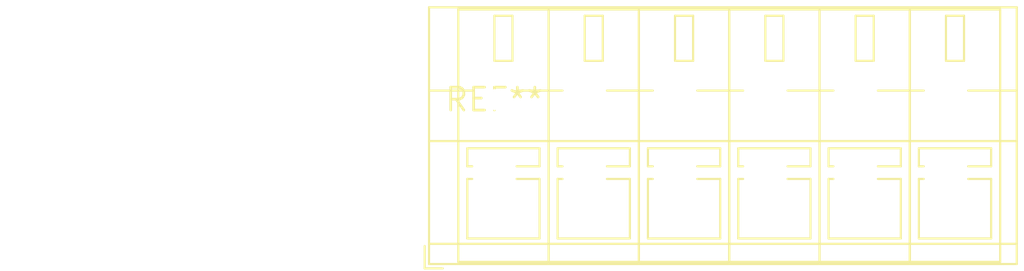
<source format=kicad_pcb>
(kicad_pcb (version 20240108) (generator pcbnew)
  (layers (0 "F.Cu" signal) (31 "B.Cu" signal) (34 "B.Paste" user) (35 "F.Paste" user) (36 "B.SilkS" user "B.Silkscreen") (37 "F.SilkS" user "F.Silkscreen") (38 "B.Mask" user) (39 "F.Mask" user) (44 "Edge.Cuts" user))
  (net 0 "")
  (footprint "TerminalBlock_WAGO_236-406_1x06_P5.00mm_45Degree" (layer "F.Cu") (at 0 0)
    (property "Reference" "REF**")
    (property "Value" "TerminalBlock_WAGO_236-406_1x06_P5.00mm_45Degree")
    (fp_line (start -3.86 8.12) (end -3.86 9.36) (layer "F.SilkS") (stroke (width 0.12)))
    (fp_line (start -3.86 9.36) (end -2.86 9.36) (layer "F.SilkS") (stroke (width 0.12)))
    (fp_line (start -3.62 -5.12) (end -3.62 9.12) (layer "F.SilkS") (stroke (width 0.12)))
    (fp_line (start -3.62 -5.12) (end 28.92 -5.12) (layer "F.SilkS") (stroke (width 0.12)))
    (fp_line (start -3.62 -0.5) (end -1.23 -0.5) (layer "F.SilkS") (stroke (width 0.12)))
    (fp_line (start -3.62 2.3) (end 28.92 2.3) (layer "F.SilkS") (stroke (width 0.12)))
    (fp_line (start -3.62 8) (end 28.92 8) (layer "F.SilkS") (stroke (width 0.12)))
    (fp_line (start -3.62 9.12) (end 28.92 9.12) (layer "F.SilkS") (stroke (width 0.12)))
    (fp_line (start -2 -5) (end -2 9) (layer "F.SilkS") (stroke (width 0.12)))
    (fp_line (start -2 -5) (end 3 -5) (layer "F.SilkS") (stroke (width 0.12)))
    (fp_line (start -2 9) (end 3 9) (layer "F.SilkS") (stroke (width 0.12)))
    (fp_line (start -1.5 2.7) (end -1.5 3.7) (layer "F.SilkS") (stroke (width 0.12)))
    (fp_line (start -1.5 2.7) (end 2.5 2.7) (layer "F.SilkS") (stroke (width 0.12)))
    (fp_line (start -1.5 3.7) (end -1.23 3.7) (layer "F.SilkS") (stroke (width 0.12)))
    (fp_line (start -1.5 4.4) (end -1.5 7.7) (layer "F.SilkS") (stroke (width 0.12)))
    (fp_line (start -1.5 4.4) (end -1.23 4.4) (layer "F.SilkS") (stroke (width 0.12)))
    (fp_line (start -1.5 7.7) (end 2.5 7.7) (layer "F.SilkS") (stroke (width 0.12)))
    (fp_line (start 0 -4.65) (end 0 -2.151) (layer "F.SilkS") (stroke (width 0.12)))
    (fp_line (start 0 -4.65) (end 1 -4.65) (layer "F.SilkS") (stroke (width 0.12)))
    (fp_line (start 0 -2.151) (end 1 -2.151) (layer "F.SilkS") (stroke (width 0.12)))
    (fp_line (start 1 -4.65) (end 1 -2.151) (layer "F.SilkS") (stroke (width 0.12)))
    (fp_line (start 1.23 -0.5) (end 3.77 -0.5) (layer "F.SilkS") (stroke (width 0.12)))
    (fp_line (start 1.23 3.7) (end 2.5 3.7) (layer "F.SilkS") (stroke (width 0.12)))
    (fp_line (start 1.23 4.4) (end 2.5 4.4) (layer "F.SilkS") (stroke (width 0.12)))
    (fp_line (start 2.5 2.7) (end 2.5 3.7) (layer "F.SilkS") (stroke (width 0.12)))
    (fp_line (start 2.5 4.4) (end 2.5 7.7) (layer "F.SilkS") (stroke (width 0.12)))
    (fp_line (start 3 -5) (end 3 9) (layer "F.SilkS") (stroke (width 0.12)))
    (fp_line (start 3 -5) (end 3 9) (layer "F.SilkS") (stroke (width 0.12)))
    (fp_line (start 3 -5) (end 8 -5) (layer "F.SilkS") (stroke (width 0.12)))
    (fp_line (start 3 9) (end 8 9) (layer "F.SilkS") (stroke (width 0.12)))
    (fp_line (start 3.5 2.7) (end 3.5 3.7) (layer "F.SilkS") (stroke (width 0.12)))
    (fp_line (start 3.5 2.7) (end 7.5 2.7) (layer "F.SilkS") (stroke (width 0.12)))
    (fp_line (start 3.5 3.7) (end 3.77 3.7) (layer "F.SilkS") (stroke (width 0.12)))
    (fp_line (start 3.5 4.4) (end 3.5 7.7) (layer "F.SilkS") (stroke (width 0.12)))
    (fp_line (start 3.5 4.4) (end 3.77 4.4) (layer "F.SilkS") (stroke (width 0.12)))
    (fp_line (start 3.5 7.7) (end 7.5 7.7) (layer "F.SilkS") (stroke (width 0.12)))
    (fp_line (start 5 -4.65) (end 5 -2.151) (layer "F.SilkS") (stroke (width 0.12)))
    (fp_line (start 5 -4.65) (end 6 -4.65) (layer "F.SilkS") (stroke (width 0.12)))
    (fp_line (start 5 -2.151) (end 6 -2.151) (layer "F.SilkS") (stroke (width 0.12)))
    (fp_line (start 6 -4.65) (end 6 -2.151) (layer "F.SilkS") (stroke (width 0.12)))
    (fp_line (start 6.23 -0.5) (end 8.77 -0.5) (layer "F.SilkS") (stroke (width 0.12)))
    (fp_line (start 6.23 3.7) (end 7.5 3.7) (layer "F.SilkS") (stroke (width 0.12)))
    (fp_line (start 6.23 4.4) (end 7.5 4.4) (layer "F.SilkS") (stroke (width 0.12)))
    (fp_line (start 7.5 2.7) (end 7.5 3.7) (layer "F.SilkS") (stroke (width 0.12)))
    (fp_line (start 7.5 4.4) (end 7.5 7.7) (layer "F.SilkS") (stroke (width 0.12)))
    (fp_line (start 8 -5) (end 8 9) (layer "F.SilkS") (stroke (width 0.12)))
    (fp_line (start 8 -5) (end 8 9) (layer "F.SilkS") (stroke (width 0.12)))
    (fp_line (start 8 -5) (end 13 -5) (layer "F.SilkS") (stroke (width 0.12)))
    (fp_line (start 8 9) (end 13 9) (layer "F.SilkS") (stroke (width 0.12)))
    (fp_line (start 8.5 2.7) (end 8.5 3.7) (layer "F.SilkS") (stroke (width 0.12)))
    (fp_line (start 8.5 2.7) (end 12.5 2.7) (layer "F.SilkS") (stroke (width 0.12)))
    (fp_line (start 8.5 3.7) (end 8.77 3.7) (layer "F.SilkS") (stroke (width 0.12)))
    (fp_line (start 8.5 4.4) (end 8.5 7.7) (layer "F.SilkS") (stroke (width 0.12)))
    (fp_line (start 8.5 4.4) (end 8.77 4.4) (layer "F.SilkS") (stroke (width 0.12)))
    (fp_line (start 8.5 7.7) (end 12.5 7.7) (layer "F.SilkS") (stroke (width 0.12)))
    (fp_line (start 10 -4.65) (end 10 -2.151) (layer "F.SilkS") (stroke (width 0.12)))
    (fp_line (start 10 -4.65) (end 11 -4.65) (layer "F.SilkS") (stroke (width 0.12)))
    (fp_line (start 10 -2.151) (end 11 -2.151) (layer "F.SilkS") (stroke (width 0.12)))
    (fp_line (start 11 -4.65) (end 11 -2.151) (layer "F.SilkS") (stroke (width 0.12)))
    (fp_line (start 11.23 -0.5) (end 13.77 -0.5) (layer "F.SilkS") (stroke (width 0.12)))
    (fp_line (start 11.23 3.7) (end 12.5 3.7) (layer "F.SilkS") (stroke (width 0.12)))
    (fp_line (start 11.23 4.4) (end 12.5 4.4) (layer "F.SilkS") (stroke (width 0.12)))
    (fp_line (start 12.5 2.7) (end 12.5 3.7) (layer "F.SilkS") (stroke (width 0.12)))
    (fp_line (start 12.5 4.4) (end 12.5 7.7) (layer "F.SilkS") (stroke (width 0.12)))
    (fp_line (start 13 -5) (end 13 9) (layer "F.SilkS") (stroke (width 0.12)))
    (fp_line (start 13 -5) (end 13 9) (layer "F.SilkS") (stroke (width 0.12)))
    (fp_line (start 13 -5) (end 18 -5) (layer "F.SilkS") (stroke (width 0.12)))
    (fp_line (start 13 9) (end 18 9) (layer "F.SilkS") (stroke (width 0.12)))
    (fp_line (start 13.5 2.7) (end 13.5 3.7) (layer "F.SilkS") (stroke (width 0.12)))
    (fp_line (start 13.5 2.7) (end 17.5 2.7) (layer "F.SilkS") (stroke (width 0.12)))
    (fp_line (start 13.5 3.7) (end 13.77 3.7) (layer "F.SilkS") (stroke (width 0.12)))
    (fp_line (start 13.5 4.4) (end 13.5 7.7) (layer "F.SilkS") (stroke (width 0.12)))
    (fp_line (start 13.5 4.4) (end 13.77 4.4) (layer "F.SilkS") (stroke (width 0.12)))
    (fp_line (start 13.5 7.7) (end 17.5 7.7) (layer "F.SilkS") (stroke (width 0.12)))
    (fp_line (start 15 -4.65) (end 15 -2.151) (layer "F.SilkS") (stroke (width 0.12)))
    (fp_line (start 15 -4.65) (end 16 -4.65) (layer "F.SilkS") (stroke (width 0.12)))
    (fp_line (start 15 -2.151) (end 16 -2.151) (layer "F.SilkS") (stroke (width 0.12)))
    (fp_line (start 16 -4.65) (end 16 -2.151) (layer "F.SilkS") (stroke (width 0.12)))
    (fp_line (start 16.23 -0.5) (end 18.77 -0.5) (layer "F.SilkS") (stroke (width 0.12)))
    (fp_line (start 16.23 3.7) (end 17.5 3.7) (layer "F.SilkS") (stroke (width 0.12)))
    (fp_line (start 16.23 4.4) (end 17.5 4.4) (layer "F.SilkS") (stroke (width 0.12)))
    (fp_line (start 17.5 2.7) (end 17.5 3.7) (layer "F.SilkS") (stroke (width 0.12)))
    (fp_line (start 17.5 4.4) (end 17.5 7.7) (layer "F.SilkS") (stroke (width 0.12)))
    (fp_line (start 18 -5) (end 18 9) (layer "F.SilkS") (stroke (width 0.12)))
    (fp_line (start 18 -5) (end 18 9) (layer "F.SilkS") (stroke (width 0.12)))
    (fp_line (start 18 -5) (end 23 -5) (layer "F.SilkS") (stroke (width 0.12)))
    (fp_line (start 18 9) (end 23 9) (layer "F.SilkS") (stroke (width 0.12)))
    (fp_line (start 18.5 2.7) (end 18.5 3.7) (layer "F.SilkS") (stroke (width 0.12)))
    (fp_line (start 18.5 2.7) (end 22.5 2.7) (layer "F.SilkS") (stroke (width 0.12)))
    (fp_line (start 18.5 3.7) (end 18.77 3.7) (layer "F.SilkS") (stroke (width 0.12)))
    (fp_line (start 18.5 4.4) (end 18.5 7.7) (layer "F.SilkS") (stroke (width 0.12)))
    (fp_line (start 18.5 4.4) (end 18.77 4.4) (layer "F.SilkS") (stroke (width 0.12)))
    (fp_line (start 18.5 7.7) (end 22.5 7.7) (layer "F.SilkS") (stroke (width 0.12)))
    (fp_line (start 20 -4.65) (end 20 -2.151) (layer "F.SilkS") (stroke (width 0.12)))
    (fp_line (start 20 -4.65) (end 21 -4.65) (layer "F.SilkS") (stroke (width 0.12)))
    (fp_line (start 20 -2.151) (end 21 -2.151) (layer "F.SilkS") (stroke (width 0.12)))
    (fp_line (start 21 -4.65) (end 21 -2.151) (layer "F.SilkS") (stroke (width 0.12)))
    (fp_line (start 21.23 -0.5) (end 23.77 -0.5) (layer "F.SilkS") (stroke (width 0.12)))
    (fp_line (start 21.23 3.7) (end 22.5 3.7) (layer "F.SilkS") (stroke (width 0.12)))
    (fp_line (start 21.23 4.4) (end 22.5 4.4) (layer "F.SilkS") (stroke (width 0.12)))
    (fp_line (start 22.5 2.7) (end 22.5 3.7) (layer "F.SilkS") (stroke (width 0.12)))
    (fp_line (start 22.5 4.4) (end 22.5 7.7) (layer "F.SilkS") (stroke (width 0.12)))
    (fp_line (start 23 -5) (end 23 9) (layer "F.SilkS") (stroke (width 0.12)))
    (fp_line (start 23 -5) (end 23 9) (layer "F.SilkS") (stroke (width 0.12)))
    (fp_line (start 23 -5) (end 28 -5) (layer "F.SilkS") (stroke (width 0.12)))
    (fp_line (start 23 9) (end 28 9) (layer "F.SilkS") (stroke (width 0.12)))
    (fp_line (start 23.5 2.7) (end 23.5 3.7) (layer "F.SilkS") (stroke (width 0.12)))
    (fp_line (start 23.5 2.7) (end 27.5 2.7) (layer "F.SilkS") (stroke (width 0.12)))
    (fp_line (start 23.5 3.7) (end 23.77 3.7) (layer "F.SilkS") (stroke (width 0.12)))
    (fp_line (start 23.5 4.4) (end 23.5 7.7) (layer "F.SilkS") (stroke (width 0.12)))
    (fp_line (start 23.5 4.4) (end 23.77 4.4) (layer "F.SilkS") (stroke (width 0.12)))
    (fp_line (start 23.5 7.7) (end 27.5 7.7) (layer "F.SilkS") (stroke (width 0.12)))
    (fp_line (start 25 -4.65) (end 25 -2.151) (layer "F.SilkS") (stroke (width 0.12)))
    (fp_line (start 25 -4.65) (end 26 -4.65) (layer "F.SilkS") (stroke (width 0.12)))
    (fp_line (start 25 -2.151) (end 26 -2.151) (layer "F.SilkS") (stroke (width 0.12)))
    (fp_line (start 26 -4.65) (end 26 -2.151) (layer "F.SilkS") (stroke (width 0.12)))
    (fp_line (start 26.23 -0.5) (end 28.92 -0.5) (layer "F.SilkS") (stroke (width 0.12)))
    (fp_line (start 26.23 3.7) (end 27.5 3.7) (layer "F.SilkS") (stroke (width 0.12)))
    (fp_line (start 26.23 4.4) (end 27.5 4.4) (layer "F.SilkS") (stroke (width 0.12)))
    (fp_line (start 27.5 2.7) (end 27.5 3.7) (layer "F.SilkS") (stroke (width 0.12)))
    (fp_line (start 27.5 4.4) (end 27.5 7.7) (layer "F.SilkS") (stroke (width 0.12)))
    (fp_line (start 28 -5) (end 28 9) (layer "F.SilkS") (stroke (width 0.12)))
    (fp_line (start 28.92 -5.12) (end 28.92 9.12) (layer "F.SilkS") (stroke (width 0.12)))
    (pad "1" thru_hole rect (at 0 0) (size 1.5 3) (drill 1.15) (layers *.Cu *.Mask) (remove_unused_layers))
    (pad "1" thru_hole rect (at 0 5) (size 1.5 3) (drill 1.15) (layers *.Cu *.Mask) (remove_unused_layers))
    (pad "2" thru_hole oval (at 5 0) (size 1.5 3) (drill 1.15) (layers *.Cu *.Mask) (remove_unused_layers))
    (pad "2" thru_hole oval (at 5 5) (size 1.5 3) (drill 1.15) (layers *.Cu *.Mask) (remove_unused_layers))
    (pad "3" thru_hole oval (at 10 0) (size 1.5 3) (drill 1.15) (layers *.Cu *.Mask) (remove_unused_layers))
    (pad "3" thru_hole oval (at 10 5) (size 1.5 3) (drill 1.15) (layers *.Cu *.Mask) (remove_unused_layers))
    (pad "4" thru_hole oval (at 15 0) (size 1.5 3) (drill 1.15) (layers *.Cu *.Mask) (remove_unused_layers))
    (pad "4" thru_hole oval (at 15 5) (size 1.5 3) (drill 1.15) (layers *.Cu *.Mask) (remove_unused_layers))
    (pad "5" thru_hole oval (at 20 0) (size 1.5 3) (drill 1.15) (layers *.Cu *.Mask) (remove_unused_layers))
    (pad "5" thru_hole oval (at 20 5) (size 1.5 3) (drill 1.15) (layers *.Cu *.Mask) (remove_unused_layers))
    (pad "6" thru_hole oval (at 25 0) (size 1.5 3) (drill 1.15) (layers *.Cu *.Mask) (remove_unused_layers))
    (pad "6" thru_hole oval (at 25 5) (size 1.5 3) (drill 1.15) (layers *.Cu *.Mask) (remove_unused_layers))
  )
)
</source>
